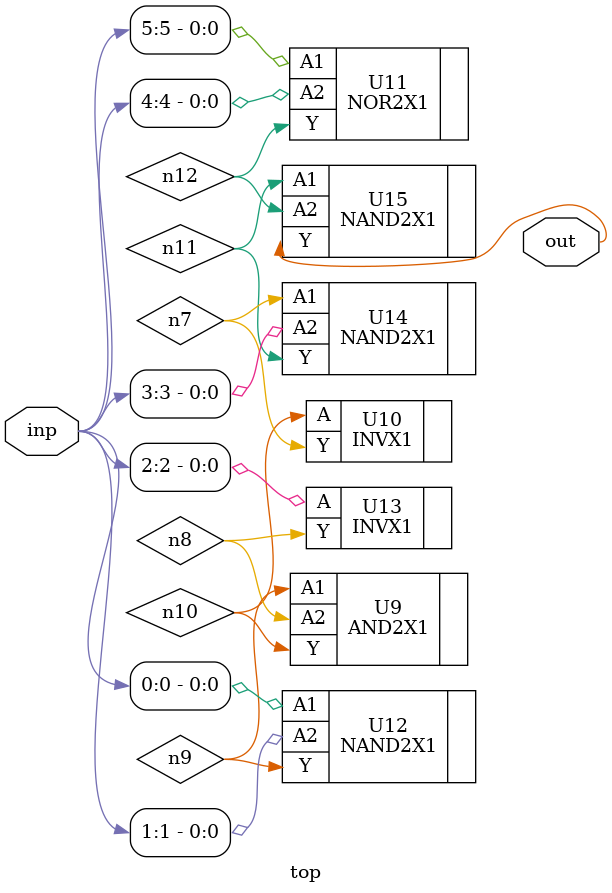
<source format=sv>


module top ( inp, out );
  input [5:0] inp;
  output out;
  wire   n7, n8, n9, n10, n11, n12;

  AND2X1 U9 ( .A1(n9), .A2(n8), .Y(n10) );
  INVX1 U10 ( .A(n10), .Y(n7) );
  NOR2X1 U11 ( .A1(inp[5]), .A2(inp[4]), .Y(n12) );
  NAND2X1 U12 ( .A1(inp[0]), .A2(inp[1]), .Y(n9) );
  INVX1 U13 ( .A(inp[2]), .Y(n8) );
  NAND2X1 U14 ( .A1(n7), .A2(inp[3]), .Y(n11) );
  NAND2X1 U15 ( .A1(n11), .A2(n12), .Y(out) );
endmodule


</source>
